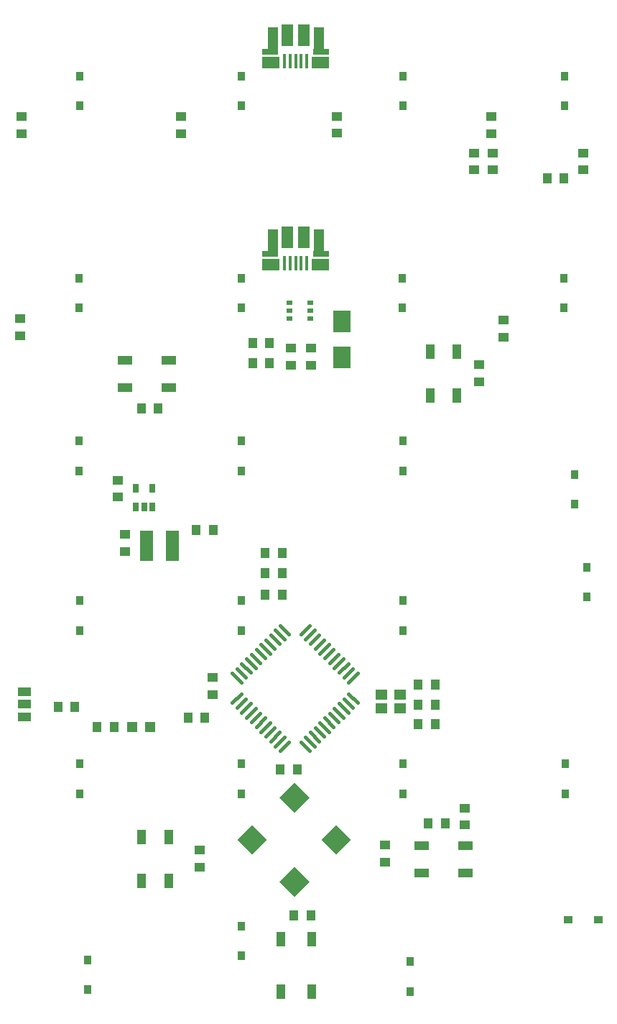
<source format=gbp>
G04 #@! TF.FileFunction,Paste,Bot*
%FSLAX46Y46*%
G04 Gerber Fmt 4.6, Leading zero omitted, Abs format (unit mm)*
G04 Created by KiCad (PCBNEW 4.0.1-stable) date 5/21/2016 1:01:29 AM*
%MOMM*%
G01*
G04 APERTURE LIST*
%ADD10C,0.100000*%
%ADD11C,0.406400*%
%ADD12R,1.000000X1.250000*%
%ADD13R,1.400000X1.200000*%
%ADD14R,0.650000X1.060000*%
%ADD15R,0.800000X0.550000*%
%ADD16R,1.250000X1.000000*%
%ADD17R,1.198880X1.198880*%
%ADD18R,1.000000X1.651000*%
%ADD19R,1.651000X1.000000*%
%ADD20R,1.500000X3.600000*%
%ADD21R,2.029460X2.651760*%
%ADD22R,1.000760X0.850900*%
%ADD23R,0.850900X1.000760*%
%ADD24R,1.100000X1.800000*%
%ADD25R,1.500000X1.000000*%
%ADD26R,0.400000X1.750000*%
%ADD27R,2.000000X1.400000*%
%ADD28R,1.300000X3.250000*%
%ADD29R,1.825000X0.700000*%
%ADD30R,1.425000X2.500000*%
G04 APERTURE END LIST*
D10*
D11*
X124960124Y-143019524D02*
X123904046Y-141963446D01*
X125525880Y-142453768D02*
X124469802Y-141397690D01*
X126091636Y-141888011D02*
X125035558Y-140831933D01*
X126657392Y-141322255D02*
X125601314Y-140266177D01*
X127223148Y-140756499D02*
X126167070Y-139700421D01*
X127788904Y-140190743D02*
X126732826Y-139134665D01*
X124394368Y-143585280D02*
X123338290Y-142529202D01*
X123828611Y-144151036D02*
X122772533Y-143094958D01*
X123262855Y-144716792D02*
X122206777Y-143660714D01*
X122697099Y-145282548D02*
X121641021Y-144226470D01*
X122131343Y-145848304D02*
X121075265Y-144792226D01*
X133042354Y-151101754D02*
X131986276Y-150045676D01*
X133608110Y-150535998D02*
X132552032Y-149479920D01*
X134173867Y-149970242D02*
X133117789Y-148914164D01*
X134739623Y-149404486D02*
X133683545Y-148348408D01*
X135305379Y-148838730D02*
X134249301Y-147782652D01*
X135871135Y-148272974D02*
X134815057Y-147216896D01*
X132476598Y-151667510D02*
X131420520Y-150611432D01*
X131910842Y-152233267D02*
X130854764Y-151177189D01*
X131345086Y-152799023D02*
X130289008Y-151742945D01*
X130779330Y-153364779D02*
X129723252Y-152308701D01*
X130213574Y-153930535D02*
X129157496Y-152874457D01*
X133042354Y-141963446D02*
X131986276Y-143019524D01*
X124960124Y-150045676D02*
X123904046Y-151101754D01*
X133608110Y-142529202D02*
X132552032Y-143585280D01*
X125525880Y-150611432D02*
X124469802Y-151667510D01*
X126091636Y-151177189D02*
X125035558Y-152233267D01*
X134173867Y-143094958D02*
X133117789Y-144151036D01*
X134739623Y-143660714D02*
X133683545Y-144716792D01*
X126657392Y-151742945D02*
X125601314Y-152799023D01*
X127223148Y-152308701D02*
X126167070Y-153364779D01*
X135305379Y-144226470D02*
X134249301Y-145282548D01*
X135871135Y-144792226D02*
X134815057Y-145848304D01*
X127788904Y-152874457D02*
X126732826Y-153930535D01*
X124394368Y-149479920D02*
X123338290Y-150535998D01*
X132476598Y-141397690D02*
X131420520Y-142453768D01*
X131910842Y-140831933D02*
X130854764Y-141888011D01*
X123828611Y-148914164D02*
X122772533Y-149970242D01*
X123262855Y-148348408D02*
X122206777Y-149404486D01*
X131345086Y-140266177D02*
X130289008Y-141322255D01*
X130779330Y-139700421D02*
X129723252Y-140756499D01*
X122697099Y-147782652D02*
X121641021Y-148838730D01*
X122131343Y-147216896D02*
X121075265Y-148272974D01*
X130213574Y-139134665D02*
X129157496Y-140190743D01*
D12*
X146186400Y-162458400D03*
X144186400Y-162458400D03*
D13*
X140838100Y-148869300D03*
X140838100Y-147269300D03*
X138638100Y-147269300D03*
X138638100Y-148869300D03*
D14*
X111660800Y-125219600D03*
X110710800Y-125219600D03*
X109760800Y-125219600D03*
X109760800Y-123019600D03*
X111660800Y-123019600D03*
D15*
X127857400Y-103045300D03*
X127857400Y-102095300D03*
X127857400Y-101145300D03*
X130257400Y-101145300D03*
X130257400Y-102095300D03*
X130257400Y-103045300D03*
D12*
X107143300Y-151091900D03*
X105143300Y-151091900D03*
D16*
X151650700Y-81251300D03*
X151650700Y-79251300D03*
X133426200Y-81187800D03*
X133426200Y-79187800D03*
X115087400Y-81251300D03*
X115087400Y-79251300D03*
X96240600Y-81264000D03*
X96240600Y-79264000D03*
X153073100Y-105216200D03*
X153073100Y-103216200D03*
X96075500Y-105025700D03*
X96075500Y-103025700D03*
X149606000Y-85518500D03*
X149606000Y-83518500D03*
D12*
X160194500Y-86487000D03*
X158194500Y-86487000D03*
X116868700Y-127901700D03*
X118868700Y-127901700D03*
D16*
X148501100Y-162658300D03*
X148501100Y-160658300D03*
D12*
X130356942Y-173289040D03*
X128356942Y-173289040D03*
D16*
X128016000Y-106500000D03*
X128016000Y-108500000D03*
X130365500Y-106500000D03*
X130365500Y-108500000D03*
D17*
X109288580Y-151079200D03*
X111386620Y-151079200D03*
D18*
X144400000Y-106948000D03*
X144400000Y-112102000D03*
X147600000Y-112102000D03*
X147600000Y-106948000D03*
D19*
X113577000Y-107925000D03*
X108423000Y-107925000D03*
X108423000Y-111125000D03*
X113577000Y-111125000D03*
D18*
X113600000Y-169252000D03*
X113600000Y-164098000D03*
X110400000Y-164098000D03*
X110400000Y-169252000D03*
D19*
X143423000Y-168275000D03*
X148577000Y-168275000D03*
X148577000Y-165075000D03*
X143423000Y-165075000D03*
D20*
X114047000Y-129781300D03*
X110997000Y-129781300D03*
D21*
X134061200Y-103388160D03*
X134061200Y-107558840D03*
D22*
X164223700Y-173774100D03*
X160723580Y-173774100D03*
D23*
X142087600Y-182245000D03*
X142087600Y-178744880D03*
X122161300Y-178041300D03*
X122161300Y-174541180D03*
X104013000Y-182054500D03*
X104013000Y-178554380D03*
X160312100Y-158952600D03*
X160312100Y-155452480D03*
X141211300Y-158952600D03*
X141211300Y-155452480D03*
X122174000Y-158952600D03*
X122174000Y-155452480D03*
X103111300Y-158952600D03*
X103111300Y-155452480D03*
X162928300Y-135813800D03*
X162928300Y-132313680D03*
X141224000Y-139752600D03*
X141224000Y-136252480D03*
X122148600Y-139752600D03*
X122148600Y-136252480D03*
X103111300Y-139752600D03*
X103111300Y-136252480D03*
X161493200Y-124891800D03*
X161493200Y-121391680D03*
X141236700Y-120952600D03*
X141236700Y-117452480D03*
X122148600Y-120952600D03*
X122148600Y-117452480D03*
X103047800Y-120952600D03*
X103047800Y-117452480D03*
X160223200Y-101752600D03*
X160223200Y-98252480D03*
X141160500Y-101752600D03*
X141160500Y-98252480D03*
X122148600Y-101752600D03*
X122148600Y-98252480D03*
X103060500Y-101752600D03*
X103060500Y-98252480D03*
X160299400Y-77952600D03*
X160299400Y-74452480D03*
X141185900Y-77952600D03*
X141185900Y-74452480D03*
X122135900Y-77952600D03*
X122135900Y-74452480D03*
X103124000Y-77952600D03*
X103124000Y-74452480D03*
D16*
X150190200Y-108461300D03*
X150190200Y-110461300D03*
D12*
X112366300Y-113639600D03*
X110366300Y-113639600D03*
D16*
X117297200Y-165598600D03*
X117297200Y-167598600D03*
X151828500Y-83518500D03*
X151828500Y-85518500D03*
X162433000Y-83518500D03*
X162433000Y-85518500D03*
D12*
X127000000Y-135534400D03*
X125000000Y-135534400D03*
D16*
X108419900Y-130438400D03*
X108419900Y-128438400D03*
X107632500Y-122050300D03*
X107632500Y-124050300D03*
D12*
X143000000Y-148475700D03*
X145000000Y-148475700D03*
X143000000Y-146151600D03*
X145000000Y-146151600D03*
X125500000Y-105905300D03*
X123500000Y-105905300D03*
D16*
X118770400Y-147304000D03*
X118770400Y-145304000D03*
D12*
X127000000Y-130581400D03*
X125000000Y-130581400D03*
X126762000Y-156070300D03*
X128762000Y-156070300D03*
X143000000Y-150787100D03*
X145000000Y-150787100D03*
X127000000Y-133007100D03*
X125000000Y-133007100D03*
X125500000Y-108254800D03*
X123500000Y-108254800D03*
D16*
X139090400Y-167027100D03*
X139090400Y-165027100D03*
D12*
X117878100Y-149987000D03*
X115878100Y-149987000D03*
D10*
G36*
X128422400Y-171080914D02*
X126654633Y-169313147D01*
X128422400Y-167545380D01*
X130190167Y-169313147D01*
X128422400Y-171080914D01*
X128422400Y-171080914D01*
G37*
G36*
X133372147Y-166131167D02*
X131604380Y-164363400D01*
X133372147Y-162595633D01*
X135139914Y-164363400D01*
X133372147Y-166131167D01*
X133372147Y-166131167D01*
G37*
G36*
X128422400Y-161181420D02*
X126654633Y-159413653D01*
X128422400Y-157645886D01*
X130190167Y-159413653D01*
X128422400Y-161181420D01*
X128422400Y-161181420D01*
G37*
G36*
X123472653Y-166131167D02*
X121704886Y-164363400D01*
X123472653Y-162595633D01*
X125240420Y-164363400D01*
X123472653Y-166131167D01*
X123472653Y-166131167D01*
G37*
D24*
X130500942Y-182308440D03*
X126800942Y-182308440D03*
X130500942Y-176108440D03*
X126800942Y-176108440D03*
D25*
X96608900Y-148424900D03*
X96608900Y-146924900D03*
X96608900Y-149924900D03*
D12*
X100549200Y-148742400D03*
X102549200Y-148742400D03*
D26*
X127275000Y-72725000D03*
X127925000Y-72725000D03*
X128575000Y-72725000D03*
X129225000Y-72725000D03*
X129875000Y-72725000D03*
D27*
X125675000Y-72900000D03*
D28*
X131300000Y-70325000D03*
D27*
X131475000Y-72900000D03*
D29*
X131562500Y-71600000D03*
X125587500Y-71600000D03*
D28*
X125850000Y-70325000D03*
D30*
X129537500Y-69650000D03*
X127612500Y-69650000D03*
D26*
X127275000Y-96537500D03*
X127925000Y-96537500D03*
X128575000Y-96537500D03*
X129225000Y-96537500D03*
X129875000Y-96537500D03*
D27*
X125675000Y-96712500D03*
D28*
X131300000Y-94137500D03*
D27*
X131475000Y-96712500D03*
D29*
X131562500Y-95412500D03*
X125587500Y-95412500D03*
D28*
X125850000Y-94137500D03*
D30*
X129537500Y-93462500D03*
X127612500Y-93462500D03*
M02*

</source>
